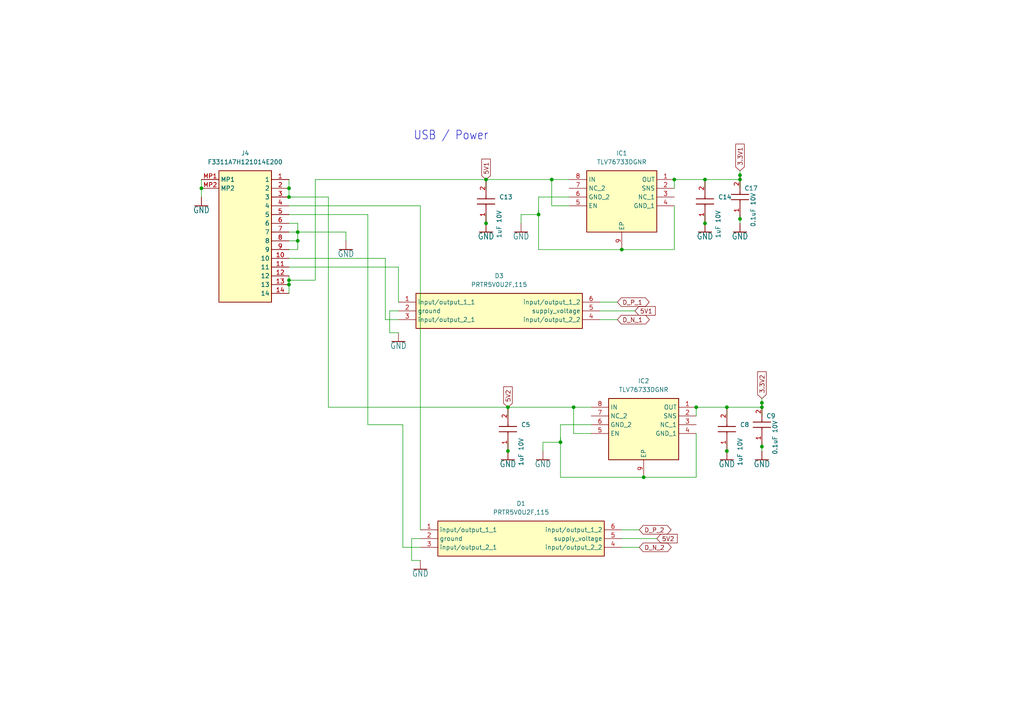
<source format=kicad_sch>
(kicad_sch (version 20230121) (generator eeschema)
  (paper "A4")
  (lib_symbols
    (symbol "Qwiic-USB_Hub-eagle-import:GND" (power)
      (property "Value" "GND" (at 0 -0.254 0))
      (symbol "GND_1_0"
        (polyline (pts (xy -1.905 0) (xy 1.905 0)) (stroke (width 0.254)))
        (pin power_in line (at 0 2.54 270) (length 2.54) (name "GND") (number "1"))
      )
    )
    (symbol "SamacSys_Parts:C0603T104K8RAC7867" (pin_names hide)
      (property "Reference" "C" (at 8.89 6.35 0))
      (property "Value" "C0603T104K8RAC7867" (at 8.89 3.81 0))
      (symbol "C0603T104K8RAC7867_1_1"
        (polyline (pts (xy 5.08 0) (xy 5.588 0)) (stroke (width 0.254)))
        (polyline (pts (xy 5.588 2.54) (xy 5.588 -2.54)) (stroke (width 0.254)))
        (polyline (pts (xy 7.112 0) (xy 7.62 0)) (stroke (width 0.254)))
        (polyline (pts (xy 7.112 2.54) (xy 7.112 -2.54)) (stroke (width 0.254)))
        (pin passive line (at 0 0 0) (length 5.08) (name "1") (number "1"))
        (pin passive line (at 12.7 0 180) (length 5.08) (name "2") (number "2"))
      )
    )
    (symbol "SamacSys_Parts:CL10B105KB8NQNC" (pin_names hide)
      (property "Reference" "C" (at 8.89 6.35 0))
      (property "Value" "CL10B105KB8NQNC" (at 8.89 3.81 0))
      (symbol "CL10B105KB8NQNC_1_1"
        (polyline (pts (xy 5.08 0) (xy 5.588 0)) (stroke (width 0.254)))
        (polyline (pts (xy 5.588 2.54) (xy 5.588 -2.54)) (stroke (width 0.254)))
        (polyline (pts (xy 7.112 0) (xy 7.62 0)) (stroke (width 0.254)))
        (polyline (pts (xy 7.112 2.54) (xy 7.112 -2.54)) (stroke (width 0.254)))
        (pin passive line (at 0 0 0) (length 5.08) (name "1") (number "1"))
        (pin passive line (at 12.7 0 180) (length 5.08) (name "2") (number "2"))
      )
    )
    (symbol "SamacSys_Parts:F3311A7H121014E200"
      (property "Reference" "J" (at 21.59 7.62 0))
      (property "Value" "F3311A7H121014E200" (at 21.59 5.08 0))
      (symbol "F3311A7H121014E200_1_1"
        (rectangle (start 5.08 2.54) (end 20.32 -35.56) (stroke (width 0.254)) (fill (type background)))
        (pin passive line (at 25.4 0 180) (length 5.08) (name "1") (number "1"))
        (pin passive line (at 25.4 -22.86 180) (length 5.08) (name "10") (number "10"))
        (pin passive line (at 25.4 -25.4 180) (length 5.08) (name "11") (number "11"))
        (pin passive line (at 25.4 -27.94 180) (length 5.08) (name "12") (number "12"))
        (pin passive line (at 25.4 -30.48 180) (length 5.08) (name "13") (number "13"))
        (pin passive line (at 25.4 -33.02 180) (length 5.08) (name "14") (number "14"))
        (pin passive line (at 25.4 -2.54 180) (length 5.08) (name "2") (number "2"))
        (pin passive line (at 25.4 -5.08 180) (length 5.08) (name "3") (number "3"))
        (pin passive line (at 25.4 -7.62 180) (length 5.08) (name "4") (number "4"))
        (pin passive line (at 25.4 -10.16 180) (length 5.08) (name "5") (number "5"))
        (pin passive line (at 25.4 -12.7 180) (length 5.08) (name "6") (number "6"))
        (pin passive line (at 25.4 -15.24 180) (length 5.08) (name "7") (number "7"))
        (pin passive line (at 25.4 -17.78 180) (length 5.08) (name "8") (number "8"))
        (pin passive line (at 25.4 -20.32 180) (length 5.08) (name "9") (number "9"))
        (pin passive line (at 0 0 0) (length 5.08) (name "MP1") (number "MP1"))
        (pin passive line (at 0 -2.54 0) (length 5.08) (name "MP2") (number "MP2"))
      )
    )
    (symbol "SamacSys_Parts:PRTR5V0U2F,115"
      (property "Reference" "D" (at 54.61 7.62 0))
      (property "Value" "PRTR5V0U2F,115" (at 54.61 5.08 0))
      (symbol "PRTR5V0U2F,115_1_1"
        (rectangle (start 5.08 2.54) (end 53.34 -7.62) (stroke (width 0.254)) (fill (type background)))
        (pin passive line (at 0 0 0) (length 5.08) (name "input/output_1_1") (number "1"))
        (pin passive line (at 0 -2.54 0) (length 5.08) (name "ground") (number "2"))
        (pin passive line (at 0 -5.08 0) (length 5.08) (name "input/output_2_1") (number "3"))
        (pin passive line (at 58.42 -5.08 180) (length 5.08) (name "input/output_2_2") (number "4"))
        (pin passive line (at 58.42 -2.54 180) (length 5.08) (name "supply_voltage") (number "5"))
        (pin passive line (at 58.42 0 180) (length 5.08) (name "input/output_1_2") (number "6"))
      )
    )
    (symbol "SamacSys_Parts:TLV76733DGNR"
      (property "Reference" "IC" (at 26.67 7.62 0))
      (property "Value" "TLV76733DGNR" (at 26.67 5.08 0))
      (symbol "TLV76733DGNR_1_1"
        (rectangle (start 5.08 2.54) (end 25.4 -15.24) (stroke (width 0.254)) (fill (type background)))
        (pin passive line (at 0 0 0) (length 5.08) (name "OUT") (number "1"))
        (pin passive line (at 0 -2.54 0) (length 5.08) (name "SNS") (number "2"))
        (pin passive line (at 0 -5.08 0) (length 5.08) (name "NC_1") (number "3"))
        (pin passive line (at 0 -7.62 0) (length 5.08) (name "GND_1") (number "4"))
        (pin passive line (at 30.48 -7.62 180) (length 5.08) (name "EN") (number "5"))
        (pin passive line (at 30.48 -5.08 180) (length 5.08) (name "GND_2") (number "6"))
        (pin passive line (at 30.48 -2.54 180) (length 5.08) (name "NC_2") (number "7"))
        (pin passive line (at 30.48 0 180) (length 5.08) (name "IN") (number "8"))
        (pin passive line (at 15.24 -20.32 90) (length 5.08) (name "EP") (number "9"))
      )
    )
  )
  (junction (at 162.56 128.27))
  (junction (at 147.32 118.11))
  (junction (at 186.69 138.43))
  (junction (at 156.21 62.23))
  (junction (at 160.02 52.07))
  (junction (at 86.36 69.85))
  (junction (at 201.93 118.11))
  (junction (at 220.98 116.84))
  (junction (at 140.97 52.07))
  (junction (at 204.47 52.07))
  (junction (at 214.63 52.07))
  (junction (at 195.58 52.07))
  (junction (at 58.42 54.61))
  (junction (at 166.37 118.11))
  (junction (at 180.34 72.39))
  (junction (at 204.47 64.77))
  (junction (at 220.98 129.54))
  (junction (at 220.98 118.11))
  (junction (at 83.82 81.28))
  (junction (at 86.36 67.31))
  (junction (at 210.82 130.81))
  (junction (at 83.82 54.61))
  (junction (at 140.97 64.77))
  (junction (at 210.82 118.11))
  (junction (at 83.82 82.55))
  (junction (at 83.82 57.15))
  (junction (at 147.32 130.81))
  (junction (at 214.63 50.8))
  (junction (at 214.63 63.5))
  (wire (pts (xy 83.82 67.31) (xy 86.36 67.31)) (stroke (width 0.1524)))
  (wire (pts (xy 113.03 90.17) (xy 115.57 90.17)))
  (wire (pts (xy 165.1 57.15) (xy 156.21 57.15)))
  (wire (pts (xy 100.33 67.31) (xy 86.36 67.31)) (stroke (width 0.1524)))
  (wire (pts (xy 162.56 128.27) (xy 162.56 138.43)))
  (wire (pts (xy 201.93 125.73) (xy 201.93 138.43)))
  (wire (pts (xy 162.56 128.27) (xy 162.56 127)) (stroke (width 0.1524)))
  (wire (pts (xy 214.63 54.61) (xy 214.63 52.07)) (stroke (width 0.1524)))
  (wire (pts (xy 140.97 52.07) (xy 160.02 52.07)) (stroke (width 0.1524)))
  (wire (pts (xy 173.99 87.63) (xy 179.07 87.63)) (stroke (width 0.1524)))
  (wire (pts (xy 91.44 52.07) (xy 140.97 52.07)) (stroke (width 0.1524)))
  (wire (pts (xy 83.82 80.01) (xy 83.82 81.28)))
  (wire (pts (xy 151.13 62.23) (xy 151.13 64.77)) (stroke (width 0.1524)))
  (wire (pts (xy 166.37 125.73) (xy 171.45 125.73)))
  (wire (pts (xy 157.48 128.27) (xy 162.56 128.27)) (stroke (width 0.1524)))
  (wire (pts (xy 214.63 49.53) (xy 214.63 50.8)) (stroke (width 0.1524)))
  (wire (pts (xy 83.82 74.93) (xy 111.76 74.93)))
  (wire (pts (xy 119.38 162.56) (xy 119.38 156.21)))
  (wire (pts (xy 160.02 52.07) (xy 165.1 52.07)) (stroke (width 0.1524)))
  (wire (pts (xy 210.82 130.81) (xy 210.82 128.27)) (stroke (width 0.1524)))
  (wire (pts (xy 83.82 77.47) (xy 115.57 77.47)))
  (wire (pts (xy 220.98 130.81) (xy 220.98 129.54)) (stroke (width 0.1524)))
  (wire (pts (xy 180.34 158.75) (xy 185.42 158.75)) (stroke (width 0.1524)))
  (wire (pts (xy 83.82 72.39) (xy 86.36 72.39)))
  (wire (pts (xy 220.98 116.84) (xy 220.98 118.11)) (stroke (width 0.1524)))
  (wire (pts (xy 166.37 118.11) (xy 171.45 118.11)))
  (wire (pts (xy 156.21 57.15) (xy 156.21 62.23)))
  (wire (pts (xy 83.82 57.15) (xy 85.09 57.15)) (stroke (width 0.1524)))
  (wire (pts (xy 91.44 81.28) (xy 91.44 52.07)))
  (wire (pts (xy 147.32 130.81) (xy 147.32 128.27)) (stroke (width 0.1524)))
  (wire (pts (xy 195.58 52.07) (xy 195.58 54.61)))
  (wire (pts (xy 83.82 62.23) (xy 106.68 62.23)) (stroke (width 0.1524)))
  (wire (pts (xy 95.25 57.15) (xy 85.09 57.15)))
  (wire (pts (xy 151.13 62.23) (xy 156.21 62.23)) (stroke (width 0.1524)))
  (wire (pts (xy 83.82 82.55) (xy 83.82 85.09)))
  (wire (pts (xy 83.82 69.85) (xy 86.36 69.85)))
  (wire (pts (xy 210.82 118.11) (xy 210.82 120.65)) (stroke (width 0.1524)))
  (wire (pts (xy 147.32 118.11) (xy 166.37 118.11)) (stroke (width 0.1524)))
  (wire (pts (xy 156.21 72.39) (xy 180.34 72.39)))
  (wire (pts (xy 113.03 96.52) (xy 113.03 90.17)))
  (wire (pts (xy 220.98 115.57) (xy 220.98 116.84)) (stroke (width 0.1524)))
  (wire (pts (xy 83.82 54.61) (xy 83.82 52.07)) (stroke (width 0.1524)))
  (wire (pts (xy 166.37 118.11) (xy 166.37 125.73)))
  (wire (pts (xy 171.45 123.19) (xy 162.56 123.19)))
  (wire (pts (xy 83.82 57.15) (xy 83.82 54.61)) (stroke (width 0.1524)))
  (wire (pts (xy 204.47 52.07) (xy 214.63 52.07)) (stroke (width 0.1524)))
  (wire (pts (xy 162.56 138.43) (xy 186.69 138.43)))
  (wire (pts (xy 157.48 128.27) (xy 157.48 130.81)) (stroke (width 0.1524)))
  (wire (pts (xy 220.98 129.54) (xy 220.98 128.27)) (stroke (width 0.1524)))
  (wire (pts (xy 83.82 64.77) (xy 86.36 64.77)) (stroke (width 0.1524)))
  (wire (pts (xy 195.58 59.69) (xy 195.58 72.39)))
  (wire (pts (xy 95.25 118.11) (xy 147.32 118.11)))
  (wire (pts (xy 214.63 64.77) (xy 214.63 63.5)) (stroke (width 0.1524)))
  (wire (pts (xy 106.68 123.19) (xy 106.68 62.23)) (stroke (width 0.1524)))
  (wire (pts (xy 116.84 123.19) (xy 116.84 158.75)) (stroke (width 0.1524)))
  (wire (pts (xy 83.82 81.28) (xy 83.82 82.55)))
  (wire (pts (xy 214.63 50.8) (xy 214.63 52.07)) (stroke (width 0.1524)))
  (wire (pts (xy 156.21 62.23) (xy 156.21 72.39)))
  (wire (pts (xy 147.32 120.65) (xy 147.32 118.11)) (stroke (width 0.1524)))
  (wire (pts (xy 214.63 63.5) (xy 214.63 62.23)) (stroke (width 0.1524)))
  (wire (pts (xy 121.92 162.56) (xy 119.38 162.56)))
  (wire (pts (xy 115.57 96.52) (xy 113.03 96.52)))
  (wire (pts (xy 86.36 72.39) (xy 86.36 69.85)))
  (wire (pts (xy 140.97 54.61) (xy 140.97 52.07)) (stroke (width 0.1524)))
  (wire (pts (xy 204.47 64.77) (xy 204.47 62.23)) (stroke (width 0.1524)))
  (wire (pts (xy 201.93 118.11) (xy 210.82 118.11)) (stroke (width 0.1524)))
  (wire (pts (xy 160.02 52.07) (xy 160.02 59.69)))
  (wire (pts (xy 83.82 81.28) (xy 91.44 81.28)))
  (wire (pts (xy 86.36 69.85) (xy 86.36 67.31)))
  (wire (pts (xy 115.57 77.47) (xy 115.57 87.63)) (stroke (width 0.1524)))
  (wire (pts (xy 220.98 120.65) (xy 220.98 118.11)) (stroke (width 0.1524)))
  (wire (pts (xy 195.58 52.07) (xy 204.47 52.07)) (stroke (width 0.1524)))
  (wire (pts (xy 173.99 92.71) (xy 179.07 92.71)) (stroke (width 0.1524)))
  (wire (pts (xy 180.34 156.21) (xy 190.5 156.21)))
  (wire (pts (xy 121.92 59.69) (xy 121.92 153.67)) (stroke (width 0.1524)))
  (wire (pts (xy 204.47 52.07) (xy 204.47 54.61)) (stroke (width 0.1524)))
  (wire (pts (xy 119.38 156.21) (xy 121.92 156.21)))
  (wire (pts (xy 160.02 59.69) (xy 165.1 59.69)))
  (wire (pts (xy 156.21 62.23) (xy 156.21 60.96)) (stroke (width 0.1524)))
  (wire (pts (xy 58.42 52.07) (xy 58.42 54.61)))
  (wire (pts (xy 116.84 158.75) (xy 121.92 158.75)) (stroke (width 0.1524)))
  (wire (pts (xy 201.93 118.11) (xy 201.93 120.65)))
  (wire (pts (xy 162.56 123.19) (xy 162.56 128.27)))
  (wire (pts (xy 201.93 138.43) (xy 186.69 138.43)))
  (wire (pts (xy 116.84 123.19) (xy 106.68 123.19)) (stroke (width 0.1524)))
  (wire (pts (xy 210.82 118.11) (xy 220.98 118.11)) (stroke (width 0.1524)))
  (wire (pts (xy 180.34 153.67) (xy 185.42 153.67)) (stroke (width 0.1524)))
  (wire (pts (xy 58.42 54.61) (xy 58.42 57.15)))
  (wire (pts (xy 86.36 64.77) (xy 86.36 67.31)) (stroke (width 0.1524)))
  (wire (pts (xy 173.99 90.17) (xy 184.15 90.17)))
  (wire (pts (xy 140.97 64.77) (xy 140.97 62.23)) (stroke (width 0.1524)))
  (wire (pts (xy 95.25 57.15) (xy 95.25 118.11)))
  (wire (pts (xy 195.58 72.39) (xy 180.34 72.39)))
  (wire (pts (xy 111.76 74.93) (xy 111.76 92.71)) (stroke (width 0.1524)))
  (wire (pts (xy 100.33 67.31) (xy 100.33 69.85)) (stroke (width 0.1524)))
  (wire (pts (xy 121.92 59.69) (xy 83.82 59.69)) (stroke (width 0.1524)))
  (wire (pts (xy 111.76 92.71) (xy 115.57 92.71)) (stroke (width 0.1524)))
  (text "USB / Power" (at 130.81 39.37 0) (effects (font (size 2.54 2.159))))
  (global_label "D_P_1" (shape bidirectional) (at 179.07 87.63 0) (property "Intersheetrefs" "${INTERSHEET_REFS}" (effects hide)))
  (global_label "5V1" (shape input) (at 184.15 90.17 0) (property "Intersheetrefs" "${INTERSHEET_REFS}" (effects hide)))
  (global_label "D_N_1" (shape bidirectional) (at 179.07 92.71 0) (property "Intersheetrefs" "${INTERSHEET_REFS}" (effects hide)))
  (global_label "D_N_2" (shape bidirectional) (at 185.42 158.75 0) (property "Intersheetrefs" "${INTERSHEET_REFS}" (effects hide)))
  (global_label "3.3V2" (shape input) (at 220.98 115.57 90) (property "Intersheetrefs" "${INTERSHEET_REFS}" (effects hide)))
  (global_label "D_P_2" (shape bidirectional) (at 185.42 153.67 0) (property "Intersheetrefs" "${INTERSHEET_REFS}" (effects hide)))
  (global_label "3.3V1" (shape input) (at 214.63 49.53 90) (property "Intersheetrefs" "${INTERSHEET_REFS}" (effects hide)))
  (global_label "5V2" (shape input) (at 147.32 118.11 90) (property "Intersheetrefs" "${INTERSHEET_REFS}" (effects hide)))
  (global_label "5V2" (shape input) (at 190.5 156.21 0) (property "Intersheetrefs" "${INTERSHEET_REFS}" (effects hide)))
  (global_label "5V1" (shape input) (at 140.97 52.07 90) (property "Intersheetrefs" "${INTERSHEET_REFS}" (effects hide)))
  (symbol (lib_id "Qwiic-USB_Hub-eagle-import:GND") (at 214.63 67.31 0) (unit 1)
    (property "Reference" "#GND040" (effects hide))
    (property "Value" "GND" (at 214.63 67.564 0) (effects (font (size 1.778 1.5113)) (justify top)))
  )
  (symbol (lib_id "Qwiic-USB_Hub-eagle-import:GND") (at 204.47 67.31 0) (unit 1)
    (property "Reference" "#GND037" (effects hide))
    (property "Value" "GND" (at 204.47 67.564 0) (effects (font (size 1.778 1.5113)) (justify top)))
  )
  (symbol (lib_id "Qwiic-USB_Hub-eagle-import:GND") (at 220.98 133.35 0) (unit 1)
    (property "Reference" "#GND013" (effects hide))
    (property "Value" "GND" (at 220.98 133.604 0) (effects (font (size 1.778 1.5113)) (justify top)))
  )
  (symbol (lib_id "SamacSys_Parts:CL10B105KB8NQNC") (at 147.32 130.81 90) (unit 1)
    (property "Reference" "C5" (at 151.13 123.19 90) (effects (justify right)))
    (property "Value" "1uF 10V" (at 151.13 127 0) (effects (justify right)))
    (property "Footprint" "CAPC1608X95N" (effects hide))
    (property "Datasheet" "https://product.samsungsem.com/mlcc/CL10B105KB8NQN.do" (effects hide))
    (property "Height" "0.95" (effects hide))
    (property "Manufacturer_Name" "SAMSUNG" (effects hide))
    (property "Manufacturer_Part_Number" "CL10B105KB8NQNC" (effects hide))
    (property "Mouser Part Number" "187-CL10B105KB8NQNC" (effects hide))
    (property "Mouser Price/Stock" "https://www.mouser.co.uk/ProductDetail/Samsung-Electro-Mechanics/CL10B105KB8NQNC?qs=Jm2GQyTW%2FbjBq1uiSyA2AQ%3D%3D" (effects hide))
    (property "Arrow Part Number" "CL10B105KB8NQNC" (effects hide))
    (property "Arrow Price/Stock" "https://www.arrow.com/en/products/cl10b105kb8nqnc/samsung-electro-mechanics?region=europe" (effects hide))
  )
  (symbol (lib_id "SamacSys_Parts:CL10B105KB8NQNC") (at 204.47 64.77 90) (unit 1)
    (property "Reference" "C14" (at 208.28 57.15 90) (effects (justify right)))
    (property "Value" "1uF 10V" (at 208.28 60.96 0) (effects (justify right)))
    (property "Footprint" "CAPC1608X95N" (effects hide))
    (property "Datasheet" "https://product.samsungsem.com/mlcc/CL10B105KB8NQN.do" (effects hide))
    (property "Height" "0.95" (effects hide))
    (property "Manufacturer_Name" "SAMSUNG" (effects hide))
    (property "Manufacturer_Part_Number" "CL10B105KB8NQNC" (effects hide))
    (property "Mouser Part Number" "187-CL10B105KB8NQNC" (effects hide))
    (property "Mouser Price/Stock" "https://www.mouser.co.uk/ProductDetail/Samsung-Electro-Mechanics/CL10B105KB8NQNC?qs=Jm2GQyTW%2FbjBq1uiSyA2AQ%3D%3D" (effects hide))
    (property "Arrow Part Number" "CL10B105KB8NQNC" (effects hide))
    (property "Arrow Price/Stock" "https://www.arrow.com/en/products/cl10b105kb8nqnc/samsung-electro-mechanics?region=europe" (effects hide))
  )
  (symbol (lib_id "SamacSys_Parts:CL10B105KB8NQNC") (at 210.82 130.81 90) (unit 1)
    (property "Reference" "C8" (at 214.63 123.19 90) (effects (justify right)))
    (property "Value" "1uF 10V" (at 214.63 127 0) (effects (justify right)))
    (property "Footprint" "CAPC1608X95N" (effects hide))
    (property "Datasheet" "https://product.samsungsem.com/mlcc/CL10B105KB8NQN.do" (effects hide))
    (property "Height" "0.95" (effects hide))
    (property "Manufacturer_Name" "SAMSUNG" (effects hide))
    (property "Manufacturer_Part_Number" "CL10B105KB8NQNC" (effects hide))
    (property "Mouser Part Number" "187-CL10B105KB8NQNC" (effects hide))
    (property "Mouser Price/Stock" "https://www.mouser.co.uk/ProductDetail/Samsung-Electro-Mechanics/CL10B105KB8NQNC?qs=Jm2GQyTW%2FbjBq1uiSyA2AQ%3D%3D" (effects hide))
    (property "Arrow Part Number" "CL10B105KB8NQNC" (effects hide))
    (property "Arrow Price/Stock" "https://www.arrow.com/en/products/cl10b105kb8nqnc/samsung-electro-mechanics?region=europe" (effects hide))
  )
  (symbol (lib_id "Qwiic-USB_Hub-eagle-import:GND") (at 121.92 165.1 0) (unit 1)
    (property "Reference" "#GND03" (effects hide))
    (property "Value" "GND" (at 121.92 165.354 0) (effects (font (size 1.778 1.5113)) (justify top)))
  )
  (symbol (lib_id "Qwiic-USB_Hub-eagle-import:GND") (at 151.13 67.31 0) (unit 1)
    (property "Reference" "#GND035" (effects hide))
    (property "Value" "GND" (at 151.13 67.564 0) (effects (font (size 1.778 1.5113)) (justify top)))
  )
  (symbol (lib_id "SamacSys_Parts:C0603T104K8RAC7867") (at 214.63 63.5 90) (unit 1)
    (property "Reference" "C17" (at 215.9 54.61 90) (effects (justify right)))
    (property "Value" "0.1uF 10V" (at 218.44 55.88 0) (effects (justify right)))
    (property "Footprint" "CAPC1608X87N" (effects hide))
    (property "Datasheet" "https://gr.mouser.com/datasheet/2/212/KEM_C1027_X7R_COTS_SMD-1099449.pdf" (effects hide))
    (property "Height" "0.87" (effects hide))
    (property "Manufacturer_Name" "KEMET" (effects hide))
    (property "Manufacturer_Part_Number" "C0603T104K8RAC7867" (effects hide))
    (property "Mouser Part Number" "80-C0603T104K8RACTU" (effects hide))
    (property "Mouser Price/Stock" "https://www.mouser.co.uk/ProductDetail/KEMET/C0603T104K8RAC7867/?qs=u16ybLDytRacEvii9M2jow%3D%3D" (effects hide))
  )
  (symbol (lib_id "SamacSys_Parts:TLV76733DGNR") (at 201.93 118.11 0) (mirror y) (unit 1)
    (property "Reference" "IC2" (at 186.69 110.49 0))
    (property "Value" "TLV76733DGNR" (at 186.69 113.03 0))
    (property "Footprint" "SOP65P490X110-9N" (effects hide))
    (property "Datasheet" "https://www.ti.com/lit/ds/symlink/tlv767.pdf?ts=1601893180135&ref_url=https%253A%252F%252Fduckduckgo.com%252F" (effects hide))
    (property "Height" "1.1" (effects hide))
    (property "Manufacturer_Name" "Texas Instruments" (effects hide))
    (property "Manufacturer_Part_Number" "TLV76733DGNR" (effects hide))
    (property "Mouser Part Number" "595-TLV76733DGNR" (effects hide))
    (property "Mouser Price/Stock" "https://www.mouser.co.uk/ProductDetail/Texas-Instruments/TLV76733DGNR?qs=W%2FMpXkg%252BdQ7WCurh%2FfEdlw%3D%3D" (effects hide))
    (property "Arrow Part Number" "TLV76733DGNR" (effects hide))
    (property "Arrow Price/Stock" "https://www.arrow.com/en/products/tlv76733dgnr/texas-instruments?region=nac" (effects hide))
  )
  (symbol (lib_id "Qwiic-USB_Hub-eagle-import:GND") (at 210.82 133.35 0) (unit 1)
    (property "Reference" "#GND07" (effects hide))
    (property "Value" "GND" (at 210.82 133.604 0) (effects (font (size 1.778 1.5113)) (justify top)))
  )
  (symbol (lib_id "SamacSys_Parts:C0603T104K8RAC7867") (at 220.98 129.54 90) (unit 1)
    (property "Reference" "C9" (at 222.25 120.65 90) (effects (justify right)))
    (property "Value" "0.1uF 10V" (at 224.79 121.92 0) (effects (justify right)))
    (property "Footprint" "CAPC1608X87N" (effects hide))
    (property "Datasheet" "https://gr.mouser.com/datasheet/2/212/KEM_C1027_X7R_COTS_SMD-1099449.pdf" (effects hide))
    (property "Height" "0.87" (effects hide))
    (property "Manufacturer_Name" "KEMET" (effects hide))
    (property "Manufacturer_Part_Number" "C0603T104K8RAC7867" (effects hide))
    (property "Mouser Part Number" "80-C0603T104K8RACTU" (effects hide))
    (property "Mouser Price/Stock" "https://www.mouser.co.uk/ProductDetail/KEMET/C0603T104K8RAC7867/?qs=u16ybLDytRacEvii9M2jow%3D%3D" (effects hide))
  )
  (symbol (lib_id "SamacSys_Parts:PRTR5V0U2F,115") (at 115.57 87.63 0) (unit 1)
    (property "Reference" "D3" (at 144.78 80.01 0))
    (property "Value" "PRTR5V0U2F,115" (at 144.78 82.55 0))
    (property "Footprint" "PESD3V3L5UF115" (effects hide))
    (property "Datasheet" "https://assets.nexperia.com/documents/data-sheet/PRTR5V0U2F_PRTR5V0U2K.pdf" (effects hide))
    (property "Height" "0.5" (effects hide))
    (property "Manufacturer_Name" "Nexperia" (effects hide))
    (property "Manufacturer_Part_Number" "PRTR5V0U2F,115" (effects hide))
    (property "Mouser Part Number" "771-PRTR5V0U2F-T/R" (effects hide))
    (property "Mouser Price/Stock" "https://www.mouser.co.uk/ProductDetail/Nexperia/PRTR5V0U2F115?qs=LOCUfHb8d9uDeQFPTHx5Dg%3D%3D" (effects hide))
    (property "Arrow Part Number" "PRTR5V0U2F,115" (effects hide))
    (property "Arrow Price/Stock" "https://www.arrow.com/en/products/prtr5v0u2f115/nexperia?region=europe" (effects hide))
  )
  (symbol (lib_id "Qwiic-USB_Hub-eagle-import:GND") (at 58.42 59.69 0) (unit 1)
    (property "Reference" "#GND025" (effects hide))
    (property "Value" "GND" (at 58.42 59.944 0) (effects (font (size 1.778 1.5113)) (justify top)))
  )
  (symbol (lib_id "SamacSys_Parts:TLV76733DGNR") (at 195.58 52.07 0) (mirror y) (unit 1)
    (property "Reference" "IC1" (at 180.34 44.45 0))
    (property "Value" "TLV76733DGNR" (at 180.34 46.99 0))
    (property "Footprint" "SOP65P490X110-9N" (effects hide))
    (property "Datasheet" "https://www.ti.com/lit/ds/symlink/tlv767.pdf?ts=1601893180135&ref_url=https%253A%252F%252Fduckduckgo.com%252F" (effects hide))
    (property "Height" "1.1" (effects hide))
    (property "Manufacturer_Name" "Texas Instruments" (effects hide))
    (property "Manufacturer_Part_Number" "TLV76733DGNR" (effects hide))
    (property "Mouser Part Number" "595-TLV76733DGNR" (effects hide))
    (property "Mouser Price/Stock" "https://www.mouser.co.uk/ProductDetail/Texas-Instruments/TLV76733DGNR?qs=W%2FMpXkg%252BdQ7WCurh%2FfEdlw%3D%3D" (effects hide))
    (property "Arrow Part Number" "TLV76733DGNR" (effects hide))
    (property "Arrow Price/Stock" "https://www.arrow.com/en/products/tlv76733dgnr/texas-instruments?region=nac" (effects hide))
  )
  (symbol (lib_id "Qwiic-USB_Hub-eagle-import:GND") (at 157.48 133.35 0) (unit 1)
    (property "Reference" "#GND06" (effects hide))
    (property "Value" "GND" (at 157.48 133.604 0) (effects (font (size 1.778 1.5113)) (justify top)))
  )
  (symbol (lib_id "Qwiic-USB_Hub-eagle-import:GND") (at 140.97 67.31 0) (unit 1)
    (property "Reference" "#GND029" (effects hide))
    (property "Value" "GND" (at 140.97 67.564 0) (effects (font (size 1.778 1.5113)) (justify top)))
  )
  (symbol (lib_id "SamacSys_Parts:F3311A7H121014E200") (at 58.42 52.07 0) (unit 1)
    (property "Reference" "J4" (at 71.12 44.45 0))
    (property "Value" "F3311A7H121014E200" (at 71.12 46.99 0))
    (property "Footprint" "F3311A7H121014E200" (effects hide))
    (property "Datasheet" "https://cdn.amphenol-cs.com/media/wysiwyg/files/documentation/datasheet/flex/ffc_fpc_050mm_f331.pdf" (effects hide))
    (property "Height" "1.12" (effects hide))
    (property "Manufacturer_Name" "Amphenol Communications Solutions" (effects hide))
    (property "Manufacturer_Part_Number" "F3311A7H121014E200" (effects hide))
  )
  (symbol (lib_id "SamacSys_Parts:CL10B105KB8NQNC") (at 140.97 64.77 90) (unit 1)
    (property "Reference" "C13" (at 144.78 57.15 90) (effects (justify right)))
    (property "Value" "1uF 10V" (at 144.78 60.96 0) (effects (justify right)))
    (property "Footprint" "CAPC1608X95N" (effects hide))
    (property "Datasheet" "https://product.samsungsem.com/mlcc/CL10B105KB8NQN.do" (effects hide))
    (property "Height" "0.95" (effects hide))
    (property "Manufacturer_Name" "SAMSUNG" (effects hide))
    (property "Manufacturer_Part_Number" "CL10B105KB8NQNC" (effects hide))
    (property "Mouser Part Number" "187-CL10B105KB8NQNC" (effects hide))
    (property "Mouser Price/Stock" "https://www.mouser.co.uk/ProductDetail/Samsung-Electro-Mechanics/CL10B105KB8NQNC?qs=Jm2GQyTW%2FbjBq1uiSyA2AQ%3D%3D" (effects hide))
    (property "Arrow Part Number" "CL10B105KB8NQNC" (effects hide))
    (property "Arrow Price/Stock" "https://www.arrow.com/en/products/cl10b105kb8nqnc/samsung-electro-mechanics?region=europe" (effects hide))
  )
  (symbol (lib_id "SamacSys_Parts:PRTR5V0U2F,115") (at 121.92 153.67 0) (unit 1)
    (property "Reference" "D1" (at 151.13 146.05 0))
    (property "Value" "PRTR5V0U2F,115" (at 151.13 148.59 0))
    (property "Footprint" "PESD3V3L5UF115" (effects hide))
    (property "Datasheet" "https://assets.nexperia.com/documents/data-sheet/PRTR5V0U2F_PRTR5V0U2K.pdf" (effects hide))
    (property "Height" "0.5" (effects hide))
    (property "Manufacturer_Name" "Nexperia" (effects hide))
    (property "Manufacturer_Part_Number" "PRTR5V0U2F,115" (effects hide))
    (property "Mouser Part Number" "771-PRTR5V0U2F-T/R" (effects hide))
    (property "Mouser Price/Stock" "https://www.mouser.co.uk/ProductDetail/Nexperia/PRTR5V0U2F115?qs=LOCUfHb8d9uDeQFPTHx5Dg%3D%3D" (effects hide))
    (property "Arrow Part Number" "PRTR5V0U2F,115" (effects hide))
    (property "Arrow Price/Stock" "https://www.arrow.com/en/products/prtr5v0u2f115/nexperia?region=europe" (effects hide))
  )
  (symbol (lib_id "Qwiic-USB_Hub-eagle-import:GND") (at 147.32 133.35 0) (unit 1)
    (property "Reference" "#GND04" (effects hide))
    (property "Value" "GND" (at 147.32 133.604 0) (effects (font (size 1.778 1.5113)) (justify top)))
  )
  (symbol (lib_id "Qwiic-USB_Hub-eagle-import:GND") (at 100.33 72.39 0) (unit 1)
    (property "Reference" "#GND026" (effects hide))
    (property "Value" "GND" (at 100.33 72.644 0) (effects (font (size 1.778 1.5113)) (justify top)))
  )
  (symbol (lib_id "Qwiic-USB_Hub-eagle-import:GND") (at 115.57 99.06 0) (unit 1)
    (property "Reference" "#GND028" (effects hide))
    (property "Value" "GND" (at 115.57 99.314 0) (effects (font (size 1.778 1.5113)) (justify top)))
  )
)
</source>
